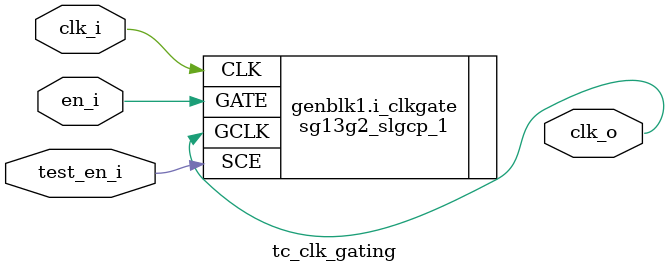
<source format=sv>

module tc_clk_inverter (
    input  logic clk_i,
    output logic clk_o
  );
  (* keep *)(* dont_touch = "true" *)
  sg13g2_inv_1 i_inv (
    .A ( clk_i ),
    .Y ( clk_o )
  );

endmodule

module tc_clk_buffer (
  input  logic clk_i,
  output logic clk_o
);
  (* keep *)(* dont_touch = "true" *)
  sg13g2_buf_1 i_buf (
    .A ( clk_i ),
    .X ( clk_o )
  );

endmodule

module tc_clk_mux2 (
    input  logic clk0_i,
    input  logic clk1_i,
    input  logic clk_sel_i,
    output logic clk_o
  );
  (* keep *)(* dont_touch = "true" *)
  sg13g2_mux2_1 i_mux (
    .A0 ( clk0_i    ),
    .A1 ( clk1_i    ),
    .S  ( clk_sel_i ),
    .X  ( clk_o     )
  );

endmodule

module tc_clk_gating #(
    parameter bit IS_FUNCTIONAL = 1'b1
  )(
    input  logic clk_i,
    input  logic en_i,
    input  logic test_en_i,
    output logic clk_o
  );

  if (IS_FUNCTIONAL || `ifdef USE_CLKGATE 1 `else 0 `endif) begin
    (* keep *)(* dont_touch = "true" *)
    sg13g2_slgcp_1 i_clkgate (
      .GATE ( en_i  ),
      .SCE  ( test_en_i ),
      .CLK  ( clk_i ),
      .GCLK ( clk_o )
    );
  end else begin
    assign clk_o = clk_i;
  end

endmodule
</source>
